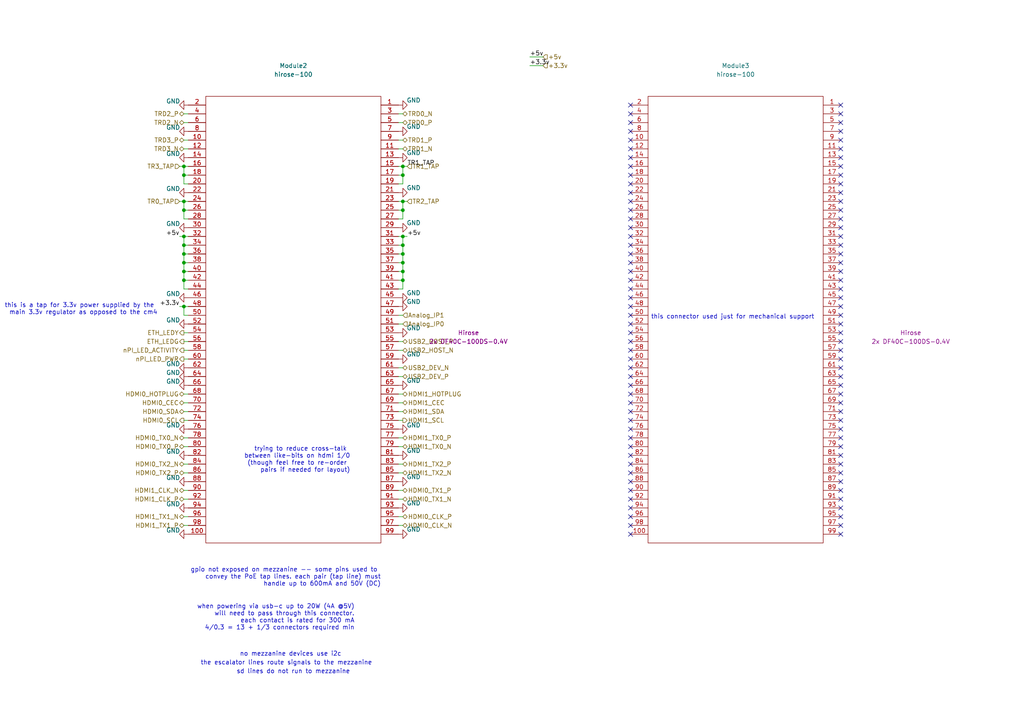
<source format=kicad_sch>
(kicad_sch (version 20210406) (generator eeschema)
  (paper "A4")
  (lib_symbols
    (symbol "cm4crypto:hirose-100"
      (property "Reference" "Module" (at 2.54 68.58 0))
      (property "Value" "hirose-100" (at -21.59 66.04 0))
      (property "Field4" "Hirose" (at 48.26 -5.08 0))
      (property "Field5" "2x DF40C-100DS-0.4V" (at 48.26 -7.62 0))
      (symbol "hirose-100_1_1"
        (rectangle (start -27.94 -66.04) (end 22.86 63.5))
        (pin passive line (at 27.94 60.96 180) (length 5.08) (name "") (number "1"))
        (pin passive line (at -33.02 50.8 0) (length 5.08) (name "") (number "10"))
        (pin passive line (at -33.02 -63.5 0) (length 5.08) (name "") (number "100"))
        (pin passive line (at 27.94 48.26 180) (length 5.08) (name "") (number "11"))
        (pin passive line (at -33.02 48.26 0) (length 5.08) (name "") (number "12"))
        (pin passive line (at 27.94 45.72 180) (length 5.08) (name "") (number "13"))
        (pin passive line (at -33.02 45.72 0) (length 5.08) (name "") (number "14"))
        (pin passive line (at 27.94 43.18 180) (length 5.08) (name "") (number "15"))
        (pin passive line (at -33.02 43.18 0) (length 5.08) (name "") (number "16"))
        (pin passive line (at 27.94 40.64 180) (length 5.08) (name "") (number "17"))
        (pin passive line (at -33.02 40.64 0) (length 5.08) (name "") (number "18"))
        (pin passive line (at 27.94 38.1 180) (length 5.08) (name "") (number "19"))
        (pin passive line (at -33.02 60.96 0) (length 5.08) (name "") (number "2"))
        (pin passive line (at -33.02 38.1 0) (length 5.08) (name "") (number "20"))
        (pin passive line (at 27.94 35.56 180) (length 5.08) (name "") (number "21"))
        (pin passive line (at -33.02 35.56 0) (length 5.08) (name "") (number "22"))
        (pin passive line (at 27.94 33.02 180) (length 5.08) (name "") (number "23"))
        (pin passive line (at -33.02 33.02 0) (length 5.08) (name "") (number "24"))
        (pin passive line (at 27.94 30.48 180) (length 5.08) (name "") (number "25"))
        (pin passive line (at -33.02 30.48 0) (length 5.08) (name "") (number "26"))
        (pin passive line (at 27.94 27.94 180) (length 5.08) (name "") (number "27"))
        (pin passive line (at -33.02 27.94 0) (length 5.08) (name "") (number "28"))
        (pin passive line (at 27.94 25.4 180) (length 5.08) (name "") (number "29"))
        (pin passive line (at 27.94 58.42 180) (length 5.08) (name "") (number "3"))
        (pin passive line (at -33.02 25.4 0) (length 5.08) (name "") (number "30"))
        (pin passive line (at 27.94 22.86 180) (length 5.08) (name "") (number "31"))
        (pin passive line (at -33.02 22.86 0) (length 5.08) (name "") (number "32"))
        (pin passive line (at 27.94 20.32 180) (length 5.08) (name "") (number "33"))
        (pin passive line (at -33.02 20.32 0) (length 5.08) (name "") (number "34"))
        (pin passive line (at 27.94 17.78 180) (length 5.08) (name "") (number "35"))
        (pin passive line (at -33.02 17.78 0) (length 5.08) (name "") (number "36"))
        (pin passive line (at 27.94 15.24 180) (length 5.08) (name "") (number "37"))
        (pin passive line (at -33.02 15.24 0) (length 5.08) (name "") (number "38"))
        (pin passive line (at 27.94 12.7 180) (length 5.08) (name "") (number "39"))
        (pin passive line (at -33.02 58.42 0) (length 5.08) (name "") (number "4"))
        (pin passive line (at -33.02 12.7 0) (length 5.08) (name "") (number "40"))
        (pin passive line (at 27.94 10.16 180) (length 5.08) (name "") (number "41"))
        (pin passive line (at -33.02 10.16 0) (length 5.08) (name "") (number "42"))
        (pin passive line (at 27.94 7.62 180) (length 5.08) (name "") (number "43"))
        (pin passive line (at -33.02 7.62 0) (length 5.08) (name "") (number "44"))
        (pin passive line (at 27.94 5.08 180) (length 5.08) (name "") (number "45"))
        (pin passive line (at -33.02 5.08 0) (length 5.08) (name "") (number "46"))
        (pin passive line (at 27.94 2.54 180) (length 5.08) (name "") (number "47"))
        (pin passive line (at -33.02 2.54 0) (length 5.08) (name "") (number "48"))
        (pin passive line (at 27.94 0 180) (length 5.08) (name "") (number "49"))
        (pin passive line (at 27.94 55.88 180) (length 5.08) (name "") (number "5"))
        (pin passive line (at -33.02 0 0) (length 5.08) (name "") (number "50"))
        (pin passive line (at 27.94 -2.54 180) (length 5.08) (name "") (number "51"))
        (pin passive line (at -33.02 -2.54 0) (length 5.08) (name "") (number "52"))
        (pin passive line (at 27.94 -5.08 180) (length 5.08) (name "") (number "53"))
        (pin passive line (at -33.02 -5.08 0) (length 5.08) (name "") (number "54"))
        (pin passive line (at 27.94 -7.62 180) (length 5.08) (name "") (number "55"))
        (pin passive line (at -33.02 -7.62 0) (length 5.08) (name "") (number "56"))
        (pin passive line (at 27.94 -10.16 180) (length 5.08) (name "") (number "57"))
        (pin passive line (at -33.02 -10.16 0) (length 5.08) (name "") (number "58"))
        (pin passive line (at 27.94 -12.7 180) (length 5.08) (name "") (number "59"))
        (pin passive line (at -33.02 55.88 0) (length 5.08) (name "") (number "6"))
        (pin passive line (at -33.02 -12.7 0) (length 5.08) (name "") (number "60"))
        (pin passive line (at 27.94 -15.24 180) (length 5.08) (name "") (number "61"))
        (pin passive line (at -33.02 -15.24 0) (length 5.08) (name "") (number "62"))
        (pin passive line (at 27.94 -17.78 180) (length 5.08) (name "") (number "63"))
        (pin passive line (at -33.02 -17.78 0) (length 5.08) (name "") (number "64"))
        (pin passive line (at 27.94 -20.32 180) (length 5.08) (name "") (number "65"))
        (pin passive line (at -33.02 -20.32 0) (length 5.08) (name "") (number "66"))
        (pin passive line (at 27.94 -22.86 180) (length 5.08) (name "") (number "67"))
        (pin passive line (at -33.02 -22.86 0) (length 5.08) (name "") (number "68"))
        (pin passive line (at 27.94 -25.4 180) (length 5.08) (name "") (number "69"))
        (pin passive line (at 27.94 53.34 180) (length 5.08) (name "") (number "7"))
        (pin passive line (at -33.02 -25.4 0) (length 5.08) (name "") (number "70"))
        (pin passive line (at 27.94 -27.94 180) (length 5.08) (name "") (number "71"))
        (pin passive line (at -33.02 -27.94 0) (length 5.08) (name "") (number "72"))
        (pin passive line (at 27.94 -30.48 180) (length 5.08) (name "") (number "73"))
        (pin passive line (at -33.02 -30.48 0) (length 5.08) (name "") (number "74"))
        (pin passive line (at 27.94 -33.02 180) (length 5.08) (name "") (number "75"))
        (pin passive line (at -33.02 -33.02 0) (length 5.08) (name "") (number "76"))
        (pin passive line (at 27.94 -35.56 180) (length 5.08) (name "") (number "77"))
        (pin passive line (at -33.02 -35.56 0) (length 5.08) (name "") (number "78"))
        (pin passive line (at 27.94 -38.1 180) (length 5.08) (name "") (number "79"))
        (pin passive line (at -33.02 53.34 0) (length 5.08) (name "") (number "8"))
        (pin passive line (at -33.02 -38.1 0) (length 5.08) (name "") (number "80"))
        (pin passive line (at 27.94 -40.64 180) (length 5.08) (name "") (number "81"))
        (pin passive line (at -33.02 -40.64 0) (length 5.08) (name "") (number "82"))
        (pin passive line (at 27.94 -43.18 180) (length 5.08) (name "") (number "83"))
        (pin passive line (at -33.02 -43.18 0) (length 5.08) (name "") (number "84"))
        (pin passive line (at 27.94 -45.72 180) (length 5.08) (name "") (number "85"))
        (pin passive line (at -33.02 -45.72 0) (length 5.08) (name "") (number "86"))
        (pin passive line (at 27.94 -48.26 180) (length 5.08) (name "") (number "87"))
        (pin passive line (at -33.02 -48.26 0) (length 5.08) (name "") (number "88"))
        (pin passive line (at 27.94 -50.8 180) (length 5.08) (name "") (number "89"))
        (pin passive line (at 27.94 50.8 180) (length 5.08) (name "") (number "9"))
        (pin passive line (at -33.02 -50.8 0) (length 5.08) (name "") (number "90"))
        (pin passive line (at 27.94 -53.34 180) (length 5.08) (name "") (number "91"))
        (pin passive line (at -33.02 -53.34 0) (length 5.08) (name "") (number "92"))
        (pin passive line (at 27.94 -55.88 180) (length 5.08) (name "") (number "93"))
        (pin passive line (at -33.02 -55.88 0) (length 5.08) (name "") (number "94"))
        (pin passive line (at 27.94 -58.42 180) (length 5.08) (name "") (number "95"))
        (pin passive line (at -33.02 -58.42 0) (length 5.08) (name "") (number "96"))
        (pin passive line (at 27.94 -60.96 180) (length 5.08) (name "") (number "97"))
        (pin passive line (at -33.02 -60.96 0) (length 5.08) (name "") (number "98"))
        (pin passive line (at 27.94 -63.5 180) (length 5.08) (name "") (number "99"))
      )
    )
    (symbol "power:GND" (power) (pin_names (offset 0))
      (property "Value" "GND" (at 0 -3.81 0))
      (symbol "GND_0_1"
        (polyline (pts (xy 0 0) (xy 0 -1.27) (xy 1.27 -1.27) (xy 0 -2.54) (xy -1.27 -1.27) (xy 0 -1.27)))
      )
      (symbol "GND_1_1"
        (pin power_in line (at 0 0 270) (length 0) hide (name "GND") (number "1"))
      )
    )
  )
  (junction (at 53.34 48.26) (diameter 0.9144))
  (junction (at 53.34 50.8) (diameter 0.9144))
  (junction (at 53.34 58.42) (diameter 0.9144))
  (junction (at 53.34 60.96) (diameter 0.9144))
  (junction (at 53.34 68.58) (diameter 0.9144))
  (junction (at 53.34 71.12) (diameter 0.9144))
  (junction (at 53.34 73.66) (diameter 0.9144))
  (junction (at 53.34 76.2) (diameter 0.9144))
  (junction (at 53.34 78.74) (diameter 0.9144))
  (junction (at 53.34 81.28) (diameter 0.9144))
  (junction (at 53.34 88.9) (diameter 0.9144))
  (junction (at 116.84 48.26) (diameter 0.9144))
  (junction (at 116.84 50.8) (diameter 0.9144))
  (junction (at 116.84 58.42) (diameter 0.9144))
  (junction (at 116.84 60.96) (diameter 0.9144))
  (junction (at 116.84 68.58) (diameter 0.9144))
  (junction (at 116.84 71.12) (diameter 0.9144))
  (junction (at 116.84 73.66) (diameter 0.9144))
  (junction (at 116.84 76.2) (diameter 0.9144))
  (junction (at 116.84 78.74) (diameter 0.9144))
  (junction (at 116.84 81.28) (diameter 0.9144))
  (no_connect (at 182.88 30.48))
  (no_connect (at 182.88 33.02))
  (no_connect (at 182.88 35.56))
  (no_connect (at 182.88 38.1))
  (no_connect (at 182.88 40.64))
  (no_connect (at 182.88 43.18))
  (no_connect (at 182.88 45.72))
  (no_connect (at 182.88 48.26))
  (no_connect (at 182.88 50.8))
  (no_connect (at 182.88 53.34))
  (no_connect (at 182.88 55.88))
  (no_connect (at 182.88 58.42))
  (no_connect (at 182.88 60.96))
  (no_connect (at 182.88 63.5))
  (no_connect (at 182.88 66.04))
  (no_connect (at 182.88 68.58))
  (no_connect (at 182.88 71.12))
  (no_connect (at 182.88 73.66))
  (no_connect (at 182.88 76.2))
  (no_connect (at 182.88 78.74))
  (no_connect (at 182.88 81.28))
  (no_connect (at 182.88 83.82))
  (no_connect (at 182.88 86.36))
  (no_connect (at 182.88 88.9))
  (no_connect (at 182.88 91.44))
  (no_connect (at 182.88 93.98))
  (no_connect (at 182.88 96.52))
  (no_connect (at 182.88 99.06))
  (no_connect (at 182.88 101.6))
  (no_connect (at 182.88 104.14))
  (no_connect (at 182.88 106.68))
  (no_connect (at 182.88 109.22))
  (no_connect (at 182.88 111.76))
  (no_connect (at 182.88 114.3))
  (no_connect (at 182.88 116.84))
  (no_connect (at 182.88 119.38))
  (no_connect (at 182.88 121.92))
  (no_connect (at 182.88 124.46))
  (no_connect (at 182.88 127))
  (no_connect (at 182.88 129.54))
  (no_connect (at 182.88 132.08))
  (no_connect (at 182.88 134.62))
  (no_connect (at 182.88 137.16))
  (no_connect (at 182.88 139.7))
  (no_connect (at 182.88 142.24))
  (no_connect (at 182.88 144.78))
  (no_connect (at 182.88 147.32))
  (no_connect (at 182.88 149.86))
  (no_connect (at 182.88 152.4))
  (no_connect (at 182.88 154.94))
  (no_connect (at 243.84 30.48))
  (no_connect (at 243.84 33.02))
  (no_connect (at 243.84 35.56))
  (no_connect (at 243.84 38.1))
  (no_connect (at 243.84 40.64))
  (no_connect (at 243.84 43.18))
  (no_connect (at 243.84 45.72))
  (no_connect (at 243.84 48.26))
  (no_connect (at 243.84 50.8))
  (no_connect (at 243.84 53.34))
  (no_connect (at 243.84 55.88))
  (no_connect (at 243.84 58.42))
  (no_connect (at 243.84 60.96))
  (no_connect (at 243.84 63.5))
  (no_connect (at 243.84 66.04))
  (no_connect (at 243.84 68.58))
  (no_connect (at 243.84 71.12))
  (no_connect (at 243.84 73.66))
  (no_connect (at 243.84 76.2))
  (no_connect (at 243.84 78.74))
  (no_connect (at 243.84 81.28))
  (no_connect (at 243.84 83.82))
  (no_connect (at 243.84 86.36))
  (no_connect (at 243.84 88.9))
  (no_connect (at 243.84 91.44))
  (no_connect (at 243.84 93.98))
  (no_connect (at 243.84 96.52))
  (no_connect (at 243.84 99.06))
  (no_connect (at 243.84 101.6))
  (no_connect (at 243.84 104.14))
  (no_connect (at 243.84 106.68))
  (no_connect (at 243.84 109.22))
  (no_connect (at 243.84 111.76))
  (no_connect (at 243.84 114.3))
  (no_connect (at 243.84 116.84))
  (no_connect (at 243.84 119.38))
  (no_connect (at 243.84 121.92))
  (no_connect (at 243.84 124.46))
  (no_connect (at 243.84 127))
  (no_connect (at 243.84 129.54))
  (no_connect (at 243.84 132.08))
  (no_connect (at 243.84 134.62))
  (no_connect (at 243.84 137.16))
  (no_connect (at 243.84 139.7))
  (no_connect (at 243.84 142.24))
  (no_connect (at 243.84 144.78))
  (no_connect (at 243.84 147.32))
  (no_connect (at 243.84 149.86))
  (no_connect (at 243.84 152.4))
  (no_connect (at 243.84 154.94))
  (wire (pts (xy 52.07 48.26) (xy 53.34 48.26)))
  (wire (pts (xy 52.07 58.42) (xy 53.34 58.42)))
  (wire (pts (xy 52.07 68.58) (xy 53.34 68.58)))
  (wire (pts (xy 52.07 88.9) (xy 53.34 88.9)))
  (wire (pts (xy 53.34 48.26) (xy 53.34 50.8)))
  (wire (pts (xy 53.34 50.8) (xy 53.34 53.34)))
  (wire (pts (xy 53.34 58.42) (xy 53.34 60.96)))
  (wire (pts (xy 53.34 58.42) (xy 54.61 58.42)))
  (wire (pts (xy 53.34 60.96) (xy 53.34 63.5)))
  (wire (pts (xy 53.34 60.96) (xy 54.61 60.96)))
  (wire (pts (xy 53.34 63.5) (xy 54.61 63.5)))
  (wire (pts (xy 53.34 68.58) (xy 53.34 71.12)))
  (wire (pts (xy 53.34 71.12) (xy 53.34 73.66)))
  (wire (pts (xy 53.34 73.66) (xy 53.34 76.2)))
  (wire (pts (xy 53.34 76.2) (xy 53.34 78.74)))
  (wire (pts (xy 53.34 78.74) (xy 53.34 81.28)))
  (wire (pts (xy 53.34 81.28) (xy 54.61 81.28)))
  (wire (pts (xy 53.34 83.82) (xy 53.34 81.28)))
  (wire (pts (xy 53.34 88.9) (xy 53.34 91.44)))
  (wire (pts (xy 53.34 88.9) (xy 54.61 88.9)))
  (wire (pts (xy 53.34 91.44) (xy 54.61 91.44)))
  (wire (pts (xy 53.34 121.92) (xy 54.61 121.92)))
  (wire (pts (xy 53.34 127) (xy 54.61 127)))
  (wire (pts (xy 53.34 129.54) (xy 54.61 129.54)))
  (wire (pts (xy 53.34 134.62) (xy 54.61 134.62)))
  (wire (pts (xy 53.34 137.16) (xy 54.61 137.16)))
  (wire (pts (xy 53.34 142.24) (xy 54.61 142.24)))
  (wire (pts (xy 53.34 144.78) (xy 54.61 144.78)))
  (wire (pts (xy 53.34 149.86) (xy 54.61 149.86)))
  (wire (pts (xy 53.34 152.4) (xy 54.61 152.4)))
  (wire (pts (xy 54.61 33.02) (xy 53.34 33.02)))
  (wire (pts (xy 54.61 35.56) (xy 53.34 35.56)))
  (wire (pts (xy 54.61 40.64) (xy 53.34 40.64)))
  (wire (pts (xy 54.61 43.18) (xy 53.34 43.18)))
  (wire (pts (xy 54.61 48.26) (xy 53.34 48.26)))
  (wire (pts (xy 54.61 50.8) (xy 53.34 50.8)))
  (wire (pts (xy 54.61 53.34) (xy 53.34 53.34)))
  (wire (pts (xy 54.61 68.58) (xy 53.34 68.58)))
  (wire (pts (xy 54.61 71.12) (xy 53.34 71.12)))
  (wire (pts (xy 54.61 73.66) (xy 53.34 73.66)))
  (wire (pts (xy 54.61 76.2) (xy 53.34 76.2)))
  (wire (pts (xy 54.61 78.74) (xy 53.34 78.74)))
  (wire (pts (xy 54.61 83.82) (xy 53.34 83.82)))
  (wire (pts (xy 54.61 96.52) (xy 53.34 96.52)))
  (wire (pts (xy 54.61 99.06) (xy 53.34 99.06)))
  (wire (pts (xy 54.61 101.6) (xy 53.34 101.6)))
  (wire (pts (xy 54.61 104.14) (xy 53.34 104.14)))
  (wire (pts (xy 54.61 114.3) (xy 53.34 114.3)))
  (wire (pts (xy 54.61 116.84) (xy 53.34 116.84)))
  (wire (pts (xy 54.61 119.38) (xy 53.34 119.38)))
  (wire (pts (xy 115.57 48.26) (xy 116.84 48.26)))
  (wire (pts (xy 115.57 50.8) (xy 116.84 50.8)))
  (wire (pts (xy 115.57 68.58) (xy 116.84 68.58)))
  (wire (pts (xy 115.57 71.12) (xy 116.84 71.12)))
  (wire (pts (xy 115.57 73.66) (xy 116.84 73.66)))
  (wire (pts (xy 115.57 76.2) (xy 116.84 76.2)))
  (wire (pts (xy 115.57 78.74) (xy 116.84 78.74)))
  (wire (pts (xy 115.57 83.82) (xy 116.84 83.82)))
  (wire (pts (xy 115.57 99.06) (xy 116.84 99.06)))
  (wire (pts (xy 115.57 101.6) (xy 116.84 101.6)))
  (wire (pts (xy 115.57 106.68) (xy 116.84 106.68)))
  (wire (pts (xy 115.57 109.22) (xy 116.84 109.22)))
  (wire (pts (xy 115.57 114.3) (xy 116.84 114.3)))
  (wire (pts (xy 115.57 116.84) (xy 116.84 116.84)))
  (wire (pts (xy 115.57 119.38) (xy 116.84 119.38)))
  (wire (pts (xy 115.57 121.92) (xy 116.84 121.92)))
  (wire (pts (xy 116.84 33.02) (xy 115.57 33.02)))
  (wire (pts (xy 116.84 35.56) (xy 115.57 35.56)))
  (wire (pts (xy 116.84 40.64) (xy 115.57 40.64)))
  (wire (pts (xy 116.84 43.18) (xy 115.57 43.18)))
  (wire (pts (xy 116.84 48.26) (xy 116.84 50.8)))
  (wire (pts (xy 116.84 50.8) (xy 116.84 53.34)))
  (wire (pts (xy 116.84 53.34) (xy 115.57 53.34)))
  (wire (pts (xy 116.84 58.42) (xy 115.57 58.42)))
  (wire (pts (xy 116.84 58.42) (xy 116.84 60.96)))
  (wire (pts (xy 116.84 60.96) (xy 115.57 60.96)))
  (wire (pts (xy 116.84 60.96) (xy 116.84 63.5)))
  (wire (pts (xy 116.84 63.5) (xy 115.57 63.5)))
  (wire (pts (xy 116.84 68.58) (xy 116.84 71.12)))
  (wire (pts (xy 116.84 71.12) (xy 116.84 73.66)))
  (wire (pts (xy 116.84 73.66) (xy 116.84 76.2)))
  (wire (pts (xy 116.84 76.2) (xy 116.84 78.74)))
  (wire (pts (xy 116.84 78.74) (xy 116.84 81.28)))
  (wire (pts (xy 116.84 81.28) (xy 115.57 81.28)))
  (wire (pts (xy 116.84 83.82) (xy 116.84 81.28)))
  (wire (pts (xy 116.84 91.44) (xy 115.57 91.44)))
  (wire (pts (xy 116.84 93.98) (xy 115.57 93.98)))
  (wire (pts (xy 116.84 127) (xy 115.57 127)))
  (wire (pts (xy 116.84 129.54) (xy 115.57 129.54)))
  (wire (pts (xy 116.84 134.62) (xy 115.57 134.62)))
  (wire (pts (xy 116.84 137.16) (xy 115.57 137.16)))
  (wire (pts (xy 116.84 142.24) (xy 115.57 142.24)))
  (wire (pts (xy 116.84 144.78) (xy 115.57 144.78)))
  (wire (pts (xy 116.84 149.86) (xy 115.57 149.86)))
  (wire (pts (xy 116.84 152.4) (xy 115.57 152.4)))
  (wire (pts (xy 118.11 48.26) (xy 116.84 48.26)))
  (wire (pts (xy 118.11 58.42) (xy 116.84 58.42)))
  (wire (pts (xy 118.11 68.58) (xy 116.84 68.58)))
  (wire (pts (xy 153.67 16.51) (xy 157.48 16.51)))
  (wire (pts (xy 153.67 19.05) (xy 157.48 19.05)))
  (text "this is a tap for 3.3v power supplied by the \nmain 3.3v regulator as opposed to the cm4" (at 45.72 91.44 0) (effects (font (size 1.27 1.27)) (justify right bottom)))
  (text "sd lines do not run to mezzanine" (at 68.58 195.58 0) (effects (font (size 1.27 1.27)) (justify left bottom)))
  (text "no mezzanine devices use i2c" (at 99.06 190.5 180) (effects (font (size 1.27 1.27)) (justify right bottom)))
  (text "trying to reduce cross-talk \nbetween like-bits on hdmi 1/0\n(though feel free to re-order \npairs if needed for layout)" (at 101.6 137.16 0) (effects (font (size 1.27 1.27)) (justify right bottom)))
  (text "when powering via usb-c up to 20W (4A @5V)\nwill need to pass through this connector.\neach contact is rated for 300 mA\n4/0.3 = 13 + 1/3 connectors required min" (at 102.87 182.88 0) (effects (font (size 1.27 1.27)) (justify right bottom)))
  (text "the escalator lines route signals to the mezzanine" (at 107.95 193.04 0) (effects (font (size 1.27 1.27)) (justify right bottom)))
  (text "gpio not exposed on mezzanine -- some pins used to \nconvey the PoE tap lines. each pair (tap line) must\nhandle up to 600mA and 50V (DC)" (at 110.49 170.18 0) (effects (font (size 1.27 1.27)) (justify right bottom)))
  (text "this connector used just for mechanical support" (at 236.22 92.71 180) (effects (font (size 1.27 1.27)) (justify right bottom)))
  (label "+5v" (at 52.07 68.58 180))
  (label "+3.3v" (at 52.07 88.9 180))
  (label "TR1_TAP" (at 118.11 48.26 0))
  (label "+5v" (at 118.11 68.58 0))
  (label "+5v" (at 153.67 16.51 0))
  (label "+3.3v" (at 153.67 19.05 0))
  (hierarchical_label "TR3_TAP" (shape input) (at 52.07 48.26 180))
  (hierarchical_label "TR0_TAP" (shape input) (at 52.07 58.42 180))
  (hierarchical_label "TRD2_P" (shape bidirectional) (at 53.34 33.02 180))
  (hierarchical_label "TRD2_N" (shape bidirectional) (at 53.34 35.56 180))
  (hierarchical_label "TRD3_P" (shape bidirectional) (at 53.34 40.64 180))
  (hierarchical_label "TRD3_N" (shape bidirectional) (at 53.34 43.18 180))
  (hierarchical_label "ETH_LEDY" (shape output) (at 53.34 96.52 180))
  (hierarchical_label "ETH_LEDG" (shape output) (at 53.34 99.06 180))
  (hierarchical_label "nPI_LED_ACTIVITY" (shape output) (at 53.34 101.6 180))
  (hierarchical_label "nPI_LED_PWR" (shape output) (at 53.34 104.14 180))
  (hierarchical_label "HDMI0_HOTPLUG" (shape bidirectional) (at 53.34 114.3 180))
  (hierarchical_label "HDMI0_CEC" (shape bidirectional) (at 53.34 116.84 180))
  (hierarchical_label "HDMI0_SDA" (shape bidirectional) (at 53.34 119.38 180))
  (hierarchical_label "HDMI0_SCL" (shape output) (at 53.34 121.92 180))
  (hierarchical_label "HDMI0_TX0_N" (shape bidirectional) (at 53.34 127 180))
  (hierarchical_label "HDMI0_TX0_P" (shape bidirectional) (at 53.34 129.54 180))
  (hierarchical_label "HDMI0_TX2_N" (shape bidirectional) (at 53.34 134.62 180))
  (hierarchical_label "HDMI0_TX2_P" (shape bidirectional) (at 53.34 137.16 180))
  (hierarchical_label "HDMI1_CLK_N" (shape bidirectional) (at 53.34 142.24 180))
  (hierarchical_label "HDMI1_CLK_P" (shape bidirectional) (at 53.34 144.78 180))
  (hierarchical_label "HDMI1_TX1_N" (shape bidirectional) (at 53.34 149.86 180))
  (hierarchical_label "HDMI1_TX1_P" (shape bidirectional) (at 53.34 152.4 180))
  (hierarchical_label "TRD0_N" (shape bidirectional) (at 116.84 33.02 0))
  (hierarchical_label "TRD0_P" (shape bidirectional) (at 116.84 35.56 0))
  (hierarchical_label "TRD1_P" (shape bidirectional) (at 116.84 40.64 0))
  (hierarchical_label "TRD1_N" (shape bidirectional) (at 116.84 43.18 0))
  (hierarchical_label "Analog_IP1" (shape input) (at 116.84 91.44 0))
  (hierarchical_label "Analog_IP0" (shape input) (at 116.84 93.98 0))
  (hierarchical_label "USB2_HOST_P" (shape bidirectional) (at 116.84 99.06 0))
  (hierarchical_label "USB2_HOST_N" (shape bidirectional) (at 116.84 101.6 0))
  (hierarchical_label "USB2_DEV_N" (shape bidirectional) (at 116.84 106.68 0))
  (hierarchical_label "USB2_DEV_P" (shape bidirectional) (at 116.84 109.22 0))
  (hierarchical_label "HDMI1_HOTPLUG" (shape bidirectional) (at 116.84 114.3 0))
  (hierarchical_label "HDMI1_CEC" (shape bidirectional) (at 116.84 116.84 0))
  (hierarchical_label "HDMI1_SDA" (shape bidirectional) (at 116.84 119.38 0))
  (hierarchical_label "HDMI1_SCL" (shape output) (at 116.84 121.92 0))
  (hierarchical_label "HDMI1_TX0_P" (shape bidirectional) (at 116.84 127 0))
  (hierarchical_label "HDMI1_TX0_N" (shape bidirectional) (at 116.84 129.54 0))
  (hierarchical_label "HDMI1_TX2_P" (shape bidirectional) (at 116.84 134.62 0))
  (hierarchical_label "HDMI1_TX2_N" (shape bidirectional) (at 116.84 137.16 0))
  (hierarchical_label "HDMI0_TX1_P" (shape bidirectional) (at 116.84 142.24 0))
  (hierarchical_label "HDMI0_TX1_N" (shape bidirectional) (at 116.84 144.78 0))
  (hierarchical_label "HDMI0_CLK_P" (shape bidirectional) (at 116.84 149.86 0))
  (hierarchical_label "HDMI0_CLK_N" (shape bidirectional) (at 116.84 152.4 0))
  (hierarchical_label "TR1_TAP" (shape input) (at 118.11 48.26 0))
  (hierarchical_label "TR2_TAP" (shape input) (at 118.11 58.42 0))
  (hierarchical_label "+5v" (shape input) (at 157.48 16.51 0))
  (hierarchical_label "+3.3v" (shape input) (at 157.48 19.05 0))
  (symbol (lib_id "power:GND") (at 54.61 30.48 270) (unit 1)
    (property "Reference" "#PWR069" (effects hide))
    (property "Value" "GND" (at 50.2158 29.337 90))
  )
  (symbol (lib_id "power:GND") (at 54.61 38.1 270) (unit 1)
    (property "Reference" "#PWR071" (effects hide))
    (property "Value" "GND" (at 50.2158 36.957 90))
  )
  (symbol (lib_id "power:GND") (at 54.61 45.72 270) (unit 1)
    (property "Reference" "#PWR073" (effects hide))
    (property "Value" "GND" (at 50.2158 44.577 90))
  )
  (symbol (lib_id "power:GND") (at 54.61 55.88 270) (unit 1)
    (property "Reference" "#PWR075" (effects hide))
    (property "Value" "GND" (at 50.2158 54.737 90))
  )
  (symbol (lib_id "power:GND") (at 54.61 66.04 270) (unit 1)
    (property "Reference" "#PWR077" (effects hide))
    (property "Value" "GND" (at 50.2158 64.897 90))
  )
  (symbol (lib_id "power:GND") (at 54.61 86.36 270) (unit 1)
    (property "Reference" "#PWR079" (effects hide))
    (property "Value" "GND" (at 50.2158 85.217 90))
  )
  (symbol (lib_id "power:GND") (at 54.61 93.98 270) (unit 1)
    (property "Reference" "#PWR082" (effects hide))
    (property "Value" "GND" (at 50.2158 92.837 90))
  )
  (symbol (lib_id "power:GND") (at 54.61 106.68 270) (unit 1)
    (property "Reference" "#PWR085" (effects hide))
    (property "Value" "GND" (at 50.2158 105.537 90))
  )
  (symbol (lib_id "power:GND") (at 54.61 109.22 270) (unit 1)
    (property "Reference" "#PWR086" (effects hide))
    (property "Value" "GND" (at 50.2158 108.077 90))
  )
  (symbol (lib_id "power:GND") (at 54.61 111.76 270) (unit 1)
    (property "Reference" "#PWR087" (effects hide))
    (property "Value" "GND" (at 50.2158 110.617 90))
  )
  (symbol (lib_id "power:GND") (at 54.61 124.46 270) (unit 1)
    (property "Reference" "#PWR089" (effects hide))
    (property "Value" "GND" (at 50.2158 123.317 90))
  )
  (symbol (lib_id "power:GND") (at 54.61 132.08 270) (unit 1)
    (property "Reference" "#PWR091" (effects hide))
    (property "Value" "GND" (at 50.2158 130.937 90))
  )
  (symbol (lib_id "power:GND") (at 54.61 139.7 270) (unit 1)
    (property "Reference" "#PWR093" (effects hide))
    (property "Value" "GND" (at 50.2158 138.557 90))
  )
  (symbol (lib_id "power:GND") (at 54.61 147.32 270) (unit 1)
    (property "Reference" "#PWR095" (effects hide))
    (property "Value" "GND" (at 50.2158 146.177 90))
  )
  (symbol (lib_id "power:GND") (at 54.61 154.94 270) (unit 1)
    (property "Reference" "#PWR097" (effects hide))
    (property "Value" "GND" (at 50.2158 153.797 90))
  )
  (symbol (lib_id "power:GND") (at 115.57 30.48 90) (unit 1)
    (property "Reference" "#PWR070" (effects hide))
    (property "Value" "GND" (at 119.9642 29.083 90))
  )
  (symbol (lib_id "power:GND") (at 115.57 38.1 90) (unit 1)
    (property "Reference" "#PWR072" (effects hide))
    (property "Value" "GND" (at 119.9642 36.703 90))
  )
  (symbol (lib_id "power:GND") (at 115.57 45.72 90) (unit 1)
    (property "Reference" "#PWR074" (effects hide))
    (property "Value" "GND" (at 119.9642 44.323 90))
  )
  (symbol (lib_id "power:GND") (at 115.57 55.88 90) (unit 1)
    (property "Reference" "#PWR076" (effects hide))
    (property "Value" "GND" (at 119.9642 54.483 90))
  )
  (symbol (lib_id "power:GND") (at 115.57 66.04 90) (unit 1)
    (property "Reference" "#PWR078" (effects hide))
    (property "Value" "GND" (at 119.9642 64.643 90))
  )
  (symbol (lib_id "power:GND") (at 115.57 86.36 90) (unit 1)
    (property "Reference" "#PWR080" (effects hide))
    (property "Value" "GND" (at 119.9642 84.963 90))
  )
  (symbol (lib_id "power:GND") (at 115.57 88.9 90) (unit 1)
    (property "Reference" "#PWR081" (effects hide))
    (property "Value" "GND" (at 119.9642 87.503 90))
  )
  (symbol (lib_id "power:GND") (at 115.57 96.52 90) (unit 1)
    (property "Reference" "#PWR083" (effects hide))
    (property "Value" "GND" (at 119.9642 95.123 90))
  )
  (symbol (lib_id "power:GND") (at 115.57 104.14 90) (unit 1)
    (property "Reference" "#PWR084" (effects hide))
    (property "Value" "GND" (at 119.9642 102.743 90))
  )
  (symbol (lib_id "power:GND") (at 115.57 111.76 90) (unit 1)
    (property "Reference" "#PWR088" (effects hide))
    (property "Value" "GND" (at 119.9642 110.363 90))
  )
  (symbol (lib_id "power:GND") (at 115.57 124.46 90) (mirror x) (unit 1)
    (property "Reference" "#PWR090" (effects hide))
    (property "Value" "GND" (at 119.9642 123.317 90))
  )
  (symbol (lib_id "power:GND") (at 115.57 132.08 90) (unit 1)
    (property "Reference" "#PWR092" (effects hide))
    (property "Value" "GND" (at 119.9642 130.683 90))
  )
  (symbol (lib_id "power:GND") (at 115.57 139.7 90) (unit 1)
    (property "Reference" "#PWR094" (effects hide))
    (property "Value" "GND" (at 119.9642 138.303 90))
  )
  (symbol (lib_id "power:GND") (at 115.57 147.32 90) (unit 1)
    (property "Reference" "#PWR096" (effects hide))
    (property "Value" "GND" (at 119.9642 145.923 90))
  )
  (symbol (lib_id "power:GND") (at 115.57 154.94 90) (unit 1)
    (property "Reference" "#PWR098" (effects hide))
    (property "Value" "GND" (at 119.9642 153.543 90))
  )
  (symbol (lib_id "cm4crypto:hirose-100") (at 87.63 91.44 0) (unit 1)
    (property "Reference" "Module2" (at 85.09 19.05 0))
    (property "Value" "hirose-100" (at 85.09 21.59 0))
    (property "Footprint" "cm4crypto:DF40C-100DP-0.4V(51)" (effects hide))
    (property "Field4" "Hirose" (at 135.89 96.52 0))
    (property "Field5" "2x DF40C-100DS-0.4V" (at 135.89 99.06 0))
  )
  (symbol (lib_id "cm4crypto:hirose-100") (at 215.9 91.44 0) (unit 1)
    (property "Reference" "Module3" (at 213.36 19.05 0))
    (property "Value" "hirose-100" (at 213.36 21.59 0))
    (property "Footprint" "cm4crypto:DF40C-100DP-0.4V(51)" (effects hide))
    (property "Field4" "Hirose" (at 264.16 96.52 0))
    (property "Field5" "2x DF40C-100DS-0.4V" (at 264.16 99.06 0))
  )
)
</source>
